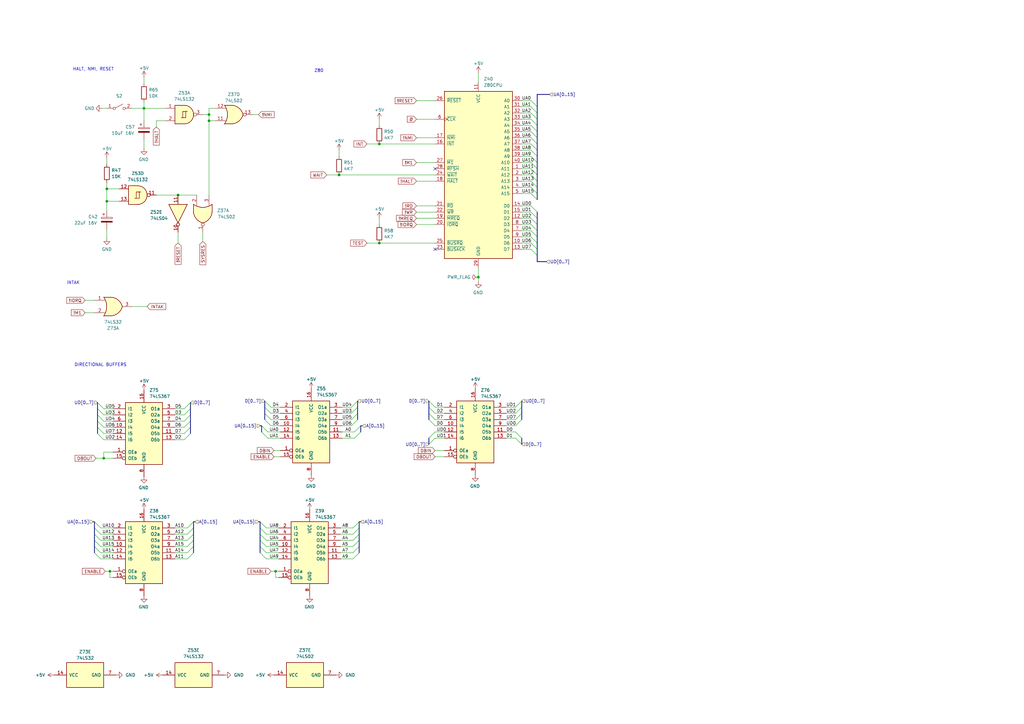
<source format=kicad_sch>
(kicad_sch (version 20230121) (generator eeschema)
  (paper "A3")
  (title_block (title "CPU and CPU Support"))
  (lib_symbols
    (symbol "74xx:74LS02" (pin_names (offset 1.016))
      (property "Reference" "U" (at 0 1.27 0))
      (property "Value" "74LS02" (at 0 -1.27 0))
      (symbol "74LS02_1_1"
        (pin output inverted (at 7.62 0 180) (length 3.81) (name "~") (number "1"))
        (pin input line (at -7.62 2.54 0) (length 4.318) (name "~") (number "2"))
        (pin input line (at -7.62 -2.54 0) (length 4.318) (name "~") (number "3"))
      )
      (symbol "74LS02_1_2"
        (pin output line (at 7.62 0 180) (length 3.81) (name "~") (number "1"))
        (pin input inverted (at -7.62 2.54 0) (length 3.81) (name "~") (number "2"))
        (pin input inverted (at -7.62 -2.54 0) (length 3.81) (name "~") (number "3"))
      )
      (symbol "74LS02_2_1"
        (pin output inverted (at 7.62 0 180) (length 3.81) (name "~") (number "4"))
        (pin input line (at -7.62 2.54 0) (length 4.318) (name "~") (number "5"))
        (pin input line (at -7.62 -2.54 0) (length 4.318) (name "~") (number "6"))
      )
      (symbol "74LS02_2_2"
        (pin output line (at 7.62 0 180) (length 3.81) (name "~") (number "4"))
        (pin input inverted (at -7.62 2.54 0) (length 3.81) (name "~") (number "5"))
        (pin input inverted (at -7.62 -2.54 0) (length 3.81) (name "~") (number "6"))
      )
      (symbol "74LS02_3_1"
        (pin output inverted (at 7.62 0 180) (length 3.81) (name "~") (number "10"))
        (pin input line (at -7.62 2.54 0) (length 4.318) (name "~") (number "8"))
        (pin input line (at -7.62 -2.54 0) (length 4.318) (name "~") (number "9"))
      )
      (symbol "74LS02_3_2"
        (pin output line (at 7.62 0 180) (length 3.81) (name "~") (number "10"))
        (pin input inverted (at -7.62 2.54 0) (length 3.81) (name "~") (number "8"))
        (pin input inverted (at -7.62 -2.54 0) (length 3.81) (name "~") (number "9"))
      )
      (symbol "74LS02_4_1"
        (pin input line (at -7.62 2.54 0) (length 4.318) (name "~") (number "11"))
        (pin input line (at -7.62 -2.54 0) (length 4.318) (name "~") (number "12"))
        (pin output inverted (at 7.62 0 180) (length 3.81) (name "~") (number "13"))
      )
      (symbol "74LS02_4_2"
        (pin input inverted (at -7.62 2.54 0) (length 3.81) (name "~") (number "11"))
        (pin input inverted (at -7.62 -2.54 0) (length 3.81) (name "~") (number "12"))
        (pin output line (at 7.62 0 180) (length 3.81) (name "~") (number "13"))
      )
      (symbol "74LS02_5_0"
        (pin power_in line (at 0 12.7 270) (length 5.08) (name "VCC") (number "14"))
        (pin power_in line (at 0 -12.7 90) (length 5.08) (name "GND") (number "7"))
      )
    )
    (symbol "74xx:74LS04"
      (property "Reference" "U" (at 0 1.27 0))
      (property "Value" "74LS04" (at 0 -1.27 0))
      (symbol "74LS04_1_0"
        (pin input line (at -7.62 0 0) (length 3.81) (name "~") (number "1"))
        (pin output inverted (at 7.62 0 180) (length 3.81) (name "~") (number "2"))
      )
      (symbol "74LS04_2_0"
        (pin input line (at -7.62 0 0) (length 3.81) (name "~") (number "3"))
        (pin output inverted (at 7.62 0 180) (length 3.81) (name "~") (number "4"))
      )
      (symbol "74LS04_3_0"
        (pin input line (at -7.62 0 0) (length 3.81) (name "~") (number "5"))
        (pin output inverted (at 7.62 0 180) (length 3.81) (name "~") (number "6"))
      )
      (symbol "74LS04_4_0"
        (pin output inverted (at 7.62 0 180) (length 3.81) (name "~") (number "8"))
        (pin input line (at -7.62 0 0) (length 3.81) (name "~") (number "9"))
      )
      (symbol "74LS04_5_0"
        (pin output inverted (at 7.62 0 180) (length 3.81) (name "~") (number "10"))
        (pin input line (at -7.62 0 0) (length 3.81) (name "~") (number "11"))
      )
      (symbol "74LS04_6_0"
        (pin output inverted (at 7.62 0 180) (length 3.81) (name "~") (number "12"))
        (pin input line (at -7.62 0 0) (length 3.81) (name "~") (number "13"))
      )
      (symbol "74LS04_7_0"
        (pin power_in line (at 0 12.7 270) (length 5.08) (name "VCC") (number "14"))
        (pin power_in line (at 0 -12.7 90) (length 5.08) (name "GND") (number "7"))
      )
    )
    (symbol "74xx:74LS132" (pin_names (offset 1.016))
      (property "Reference" "U" (at 0 1.27 0))
      (property "Value" "74LS132" (at 0 -1.27 0))
      (symbol "74LS132_1_1"
        (pin input line (at -7.62 2.54 0) (length 3.81) (name "~") (number "1"))
        (pin input line (at -7.62 -2.54 0) (length 3.81) (name "~") (number "2"))
        (pin output inverted (at 7.62 0 180) (length 3.81) (name "~") (number "3"))
      )
      (symbol "74LS132_1_2"
        (pin input inverted (at -7.62 2.54 0) (length 4.318) (name "~") (number "1"))
        (pin input inverted (at -7.62 -2.54 0) (length 4.318) (name "~") (number "2"))
        (pin output line (at 7.62 0 180) (length 3.81) (name "~") (number "3"))
      )
      (symbol "74LS132_2_1"
        (pin input line (at -7.62 2.54 0) (length 3.81) (name "~") (number "4"))
        (pin input line (at -7.62 -2.54 0) (length 3.81) (name "~") (number "5"))
        (pin output inverted (at 7.62 0 180) (length 3.81) (name "~") (number "6"))
      )
      (symbol "74LS132_2_2"
        (pin input inverted (at -7.62 2.54 0) (length 4.318) (name "~") (number "4"))
        (pin input inverted (at -7.62 -2.54 0) (length 4.318) (name "~") (number "5"))
        (pin output line (at 7.62 0 180) (length 3.81) (name "~") (number "6"))
      )
      (symbol "74LS132_3_1"
        (pin input line (at -7.62 -2.54 0) (length 3.81) (name "~") (number "10"))
        (pin output inverted (at 7.62 0 180) (length 3.81) (name "~") (number "8"))
        (pin input line (at -7.62 2.54 0) (length 3.81) (name "~") (number "9"))
      )
      (symbol "74LS132_3_2"
        (pin input inverted (at -7.62 -2.54 0) (length 4.318) (name "~") (number "10"))
        (pin output line (at 7.62 0 180) (length 3.81) (name "~") (number "8"))
        (pin input inverted (at -7.62 2.54 0) (length 4.318) (name "~") (number "9"))
      )
      (symbol "74LS132_4_1"
        (pin output inverted (at 7.62 0 180) (length 3.81) (name "~") (number "11"))
        (pin input line (at -7.62 2.54 0) (length 3.81) (name "~") (number "12"))
        (pin input line (at -7.62 -2.54 0) (length 3.81) (name "~") (number "13"))
      )
      (symbol "74LS132_4_2"
        (pin output line (at 7.62 0 180) (length 3.81) (name "~") (number "11"))
        (pin input inverted (at -7.62 2.54 0) (length 4.318) (name "~") (number "12"))
        (pin input inverted (at -7.62 -2.54 0) (length 4.318) (name "~") (number "13"))
      )
      (symbol "74LS132_5_0"
        (pin power_in line (at 0 12.7 270) (length 5.08) (name "VCC") (number "14"))
        (pin power_in line (at 0 -12.7 90) (length 5.08) (name "GND") (number "7"))
      )
    )
    (symbol "74xx:74LS32" (pin_names (offset 1.016))
      (property "Reference" "U" (at 0 1.27 0))
      (property "Value" "74LS32" (at 0 -1.27 0))
      (symbol "74LS32_1_1"
        (pin input line (at -7.62 2.54 0) (length 4.318) (name "~") (number "1"))
        (pin input line (at -7.62 -2.54 0) (length 4.318) (name "~") (number "2"))
        (pin output line (at 7.62 0 180) (length 3.81) (name "~") (number "3"))
      )
      (symbol "74LS32_1_2"
        (pin input inverted (at -7.62 2.54 0) (length 3.81) (name "~") (number "1"))
        (pin input inverted (at -7.62 -2.54 0) (length 3.81) (name "~") (number "2"))
        (pin output inverted (at 7.62 0 180) (length 3.81) (name "~") (number "3"))
      )
      (symbol "74LS32_2_1"
        (pin input line (at -7.62 2.54 0) (length 4.318) (name "~") (number "4"))
        (pin input line (at -7.62 -2.54 0) (length 4.318) (name "~") (number "5"))
        (pin output line (at 7.62 0 180) (length 3.81) (name "~") (number "6"))
      )
      (symbol "74LS32_2_2"
        (pin input inverted (at -7.62 2.54 0) (length 3.81) (name "~") (number "4"))
        (pin input inverted (at -7.62 -2.54 0) (length 3.81) (name "~") (number "5"))
        (pin output inverted (at 7.62 0 180) (length 3.81) (name "~") (number "6"))
      )
      (symbol "74LS32_3_1"
        (pin input line (at -7.62 -2.54 0) (length 4.318) (name "~") (number "10"))
        (pin output line (at 7.62 0 180) (length 3.81) (name "~") (number "8"))
        (pin input line (at -7.62 2.54 0) (length 4.318) (name "~") (number "9"))
      )
      (symbol "74LS32_3_2"
        (pin input inverted (at -7.62 -2.54 0) (length 3.81) (name "~") (number "10"))
        (pin output inverted (at 7.62 0 180) (length 3.81) (name "~") (number "8"))
        (pin input inverted (at -7.62 2.54 0) (length 3.81) (name "~") (number "9"))
      )
      (symbol "74LS32_4_1"
        (pin output line (at 7.62 0 180) (length 3.81) (name "~") (number "11"))
        (pin input line (at -7.62 2.54 0) (length 4.318) (name "~") (number "12"))
        (pin input line (at -7.62 -2.54 0) (length 4.318) (name "~") (number "13"))
      )
      (symbol "74LS32_4_2"
        (pin output inverted (at 7.62 0 180) (length 3.81) (name "~") (number "11"))
        (pin input inverted (at -7.62 2.54 0) (length 3.81) (name "~") (number "12"))
        (pin input inverted (at -7.62 -2.54 0) (length 3.81) (name "~") (number "13"))
      )
      (symbol "74LS32_5_0"
        (pin power_in line (at 0 12.7 270) (length 5.08) (name "VCC") (number "14"))
        (pin power_in line (at 0 -12.7 90) (length 5.08) (name "GND") (number "7"))
      )
    )
    (symbol "74xx:74LS367" (pin_names (offset 1.016))
      (property "Reference" "U" (at -7.62 13.97 0))
      (property "Value" "74LS367" (at -7.62 -13.97 0))
      (symbol "74LS367_1_0"
        (pin input inverted (at -12.7 -7.62 0) (length 5.08) (name "OEa") (number "1"))
        (pin input line (at -12.7 2.54 0) (length 5.08) (name "I4") (number "10"))
        (pin tri_state line (at 12.7 0 180) (length 5.08) (name "O5b") (number "11"))
        (pin input line (at -12.7 0 0) (length 5.08) (name "I5") (number "12"))
        (pin tri_state line (at 12.7 -2.54 180) (length 5.08) (name "O6b") (number "13"))
        (pin input line (at -12.7 -2.54 0) (length 5.08) (name "I6") (number "14"))
        (pin input inverted (at -12.7 -10.16 0) (length 5.08) (name "OEb") (number "15"))
        (pin power_in line (at 0 17.78 270) (length 5.08) (name "VCC") (number "16"))
        (pin input line (at -12.7 10.16 0) (length 5.08) (name "I1") (number "2"))
        (pin tri_state line (at 12.7 10.16 180) (length 5.08) (name "O1a") (number "3"))
        (pin input line (at -12.7 7.62 0) (length 5.08) (name "I2") (number "4"))
        (pin tri_state line (at 12.7 7.62 180) (length 5.08) (name "O2a") (number "5"))
        (pin input line (at -12.7 5.08 0) (length 5.08) (name "I3") (number "6"))
        (pin tri_state line (at 12.7 5.08 180) (length 5.08) (name "O3a") (number "7"))
        (pin power_in line (at 0 -17.78 90) (length 5.08) (name "GND") (number "8"))
        (pin tri_state line (at 12.7 2.54 180) (length 5.08) (name "O4a") (number "9"))
      )
    )
    (symbol "CPU:Z80CPU" (pin_names (offset 1.016))
      (property "Reference" "U" (at -13.97 35.56 0))
      (property "Value" "Z80CPU" (at 6.35 35.56 0))
      (symbol "Z80CPU_1_1"
        (pin output line (at 17.78 2.54 180) (length 3.81) (name "A11") (number "1"))
        (pin bidirectional line (at 17.78 -27.94 180) (length 3.81) (name "D6") (number "10"))
        (pin power_in line (at 0 38.1 270) (length 3.81) (name "VCC") (number "11"))
        (pin bidirectional line (at 17.78 -17.78 180) (length 3.81) (name "D2") (number "12"))
        (pin bidirectional line (at 17.78 -30.48 180) (length 3.81) (name "D7") (number "13"))
        (pin bidirectional line (at 17.78 -12.7 180) (length 3.81) (name "D0") (number "14"))
        (pin bidirectional line (at 17.78 -15.24 180) (length 3.81) (name "D1") (number "15"))
        (pin input line (at -17.78 12.7 0) (length 3.81) (name "~{INT}") (number "16"))
        (pin input line (at -17.78 15.24 0) (length 3.81) (name "~{NMI}") (number "17"))
        (pin output line (at -17.78 -2.54 0) (length 3.81) (name "~{HALT}") (number "18"))
        (pin output line (at -17.78 -17.78 0) (length 3.81) (name "~{MREQ}") (number "19"))
        (pin output line (at 17.78 0 180) (length 3.81) (name "A12") (number "2"))
        (pin output line (at -17.78 -20.32 0) (length 3.81) (name "~{IORQ}") (number "20"))
        (pin output line (at -17.78 -12.7 0) (length 3.81) (name "~{RD}") (number "21"))
        (pin output line (at -17.78 -15.24 0) (length 3.81) (name "~{WR}") (number "22"))
        (pin output line (at -17.78 -30.48 0) (length 3.81) (name "~{BUSACK}") (number "23"))
        (pin input line (at -17.78 0 0) (length 3.81) (name "~{WAIT}") (number "24"))
        (pin input line (at -17.78 -27.94 0) (length 3.81) (name "~{BUSRQ}") (number "25"))
        (pin input line (at -17.78 30.48 0) (length 3.81) (name "~{RESET}") (number "26"))
        (pin output line (at -17.78 5.08 0) (length 3.81) (name "~{M1}") (number "27"))
        (pin output line (at -17.78 2.54 0) (length 3.81) (name "~{RFSH}") (number "28"))
        (pin power_in line (at 0 -38.1 90) (length 3.81) (name "GND") (number "29"))
        (pin output line (at 17.78 -2.54 180) (length 3.81) (name "A13") (number "3"))
        (pin output line (at 17.78 30.48 180) (length 3.81) (name "A0") (number "30"))
        (pin output line (at 17.78 27.94 180) (length 3.81) (name "A1") (number "31"))
        (pin output line (at 17.78 25.4 180) (length 3.81) (name "A2") (number "32"))
        (pin output line (at 17.78 22.86 180) (length 3.81) (name "A3") (number "33"))
        (pin output line (at 17.78 20.32 180) (length 3.81) (name "A4") (number "34"))
        (pin output line (at 17.78 17.78 180) (length 3.81) (name "A5") (number "35"))
        (pin output line (at 17.78 15.24 180) (length 3.81) (name "A6") (number "36"))
        (pin output line (at 17.78 12.7 180) (length 3.81) (name "A7") (number "37"))
        (pin output line (at 17.78 10.16 180) (length 3.81) (name "A8") (number "38"))
        (pin output line (at 17.78 7.62 180) (length 3.81) (name "A9") (number "39"))
        (pin output line (at 17.78 -5.08 180) (length 3.81) (name "A14") (number "4"))
        (pin output line (at 17.78 5.08 180) (length 3.81) (name "A10") (number "40"))
        (pin output line (at 17.78 -7.62 180) (length 3.81) (name "A15") (number "5"))
        (pin input clock (at -17.78 22.86 0) (length 3.81) (name "~{CLK}") (number "6"))
        (pin bidirectional line (at 17.78 -22.86 180) (length 3.81) (name "D4") (number "7"))
        (pin bidirectional line (at 17.78 -20.32 180) (length 3.81) (name "D3") (number "8"))
        (pin bidirectional line (at 17.78 -25.4 180) (length 3.81) (name "D5") (number "9"))
      )
    )
    (symbol "Device:C_Polarized" (pin_numbers hide) (pin_names (offset 0.254))
      (property "Reference" "C" (at 0.635 2.54 0))
      (property "Value" "C_Polarized" (at 0.635 -2.54 0))
      (symbol "C_Polarized_1_1"
        (pin passive line (at 0 3.81 270) (length 2.794) (name "~") (number "1"))
        (pin passive line (at 0 -3.81 90) (length 2.794) (name "~") (number "2"))
      )
    )
    (symbol "Device:R" (pin_numbers hide) (pin_names (offset 0))
      (property "Reference" "R" (at 2.032 0 90))
      (property "Value" "R" (at 0 0 90))
      (symbol "R_1_1"
        (pin passive line (at 0 3.81 270) (length 1.27) (name "~") (number "1"))
        (pin passive line (at 0 -3.81 90) (length 1.27) (name "~") (number "2"))
      )
    )
    (symbol "TRS80IUS:RESET" (pin_names (offset 0) hide)
      (property "Reference" "SW" (at -3.81 2.54 0))
      (property "Value" "RESET" (at 5.08 2.54 0))
      (symbol "RESET_1_1"
        (pin passive line (at -5.08 0 0) (length 2.54) (name "A") (number "1"))
        (pin passive line (at 5.08 0 180) (length 2.54) (name "B") (number "2"))
        (pin no_connect line (at -5.08 -3.81 0) (length 2.54) hide (name "U") (number "3"))
        (pin no_connect line (at -5.08 -6.35 0) (length 2.54) hide (name "U") (number "4"))
        (pin no_connect line (at -5.08 -8.89 0) (length 2.54) hide (name "U") (number "5"))
      )
    )
    (symbol "power:+5V" (power) (pin_names (offset 0))
      (property "Value" "+5V" (at 0 3.556 0))
      (symbol "+5V_1_1"
        (pin power_in line (at 0 0 90) (length 0) hide (name "+5V") (number "1"))
      )
    )
    (symbol "power:GND" (power) (pin_names (offset 0))
      (property "Value" "GND" (at 0 -3.81 0))
      (symbol "GND_1_1"
        (pin power_in line (at 0 0 270) (length 0) hide (name "GND") (number "1"))
      )
    )
    (symbol "power:PWR_FLAG" (power) (pin_numbers hide) (pin_names (offset 0) hide)
      (property "Value" "PWR_FLAG" (at 0 3.81 0))
      (symbol "PWR_FLAG_0_0"
        (pin power_out line (at 0 0 90) (length 0) (name "pwr") (number "1"))
      )
    )
  )
  (junction (at 59.055 44.45))
  (junction (at 113.03 234.315))
  (junction (at 139.065 71.755))
  (junction (at 196.215 113.665))
  (junction (at 85.725 46.99))
  (junction (at 43.815 82.55))
  (junction (at 73.025 80.01))
  (junction (at 43.815 77.47))
  (junction (at 155.575 99.695))
  (junction (at 85.725 49.53))
  (junction (at 155.575 59.055))
  (junction (at 45.085 234.315))
  (junction (at 42.545 187.96))
  (no_connect (at 178.435 102.235))
  (no_connect (at 178.435 69.215))
  (bus_entry (at 75.565 167.64) (size 2.54 -2.54))
  (bus_entry (at 211.455 174.625) (size 2.54 -2.54))
  (bus_entry (at 107.315 174.625) (size 2.54 2.54))
  (bus_entry (at 147.32 216.535) (size -2.54 2.54))
  (bus_entry (at 42.545 175.26) (size -2.54 -2.54))
  (bus_entry (at 217.805 99.695) (size 2.54 2.54))
  (bus_entry (at 144.145 169.545) (size 2.54 -2.54))
  (bus_entry (at 42.545 172.72) (size -2.54 -2.54))
  (bus_entry (at 106.68 226.695) (size 2.54 2.54))
  (bus_entry (at 38.735 213.995) (size 2.54 2.54))
  (bus_entry (at 79.375 226.695) (size -2.54 2.54))
  (bus_entry (at 111.125 172.085) (size -2.54 -2.54))
  (bus_entry (at 211.455 177.165) (size 2.54 2.54))
  (bus_entry (at 79.375 213.995) (size -2.54 2.54))
  (bus_entry (at 38.735 226.695) (size 2.54 2.54))
  (bus_entry (at 217.805 94.615) (size 2.54 2.54))
  (bus_entry (at 147.32 224.155) (size -2.54 2.54))
  (bus_entry (at 106.68 213.995) (size 2.54 2.54))
  (bus_entry (at 38.735 224.155) (size 2.54 2.54))
  (bus_entry (at 217.805 66.675) (size 2.54 2.54))
  (bus_entry (at 147.32 213.995) (size -2.54 2.54))
  (bus_entry (at 144.145 167.005) (size 2.54 -2.54))
  (bus_entry (at 111.125 174.625) (size -2.54 -2.54))
  (bus_entry (at 42.545 170.18) (size -2.54 -2.54))
  (bus_entry (at 178.435 167.005) (size -2.54 -2.54))
  (bus_entry (at 106.68 224.155) (size 2.54 2.54))
  (bus_entry (at 111.125 169.545) (size -2.54 -2.54))
  (bus_entry (at 178.435 174.625) (size -2.54 -2.54))
  (bus_entry (at 107.315 177.165) (size 2.54 2.54))
  (bus_entry (at 217.805 92.075) (size 2.54 2.54))
  (bus_entry (at 217.805 43.815) (size 2.54 2.54))
  (bus_entry (at 217.805 71.755) (size 2.54 2.54))
  (bus_entry (at 217.805 46.355) (size 2.54 2.54))
  (bus_entry (at 178.435 177.165) (size -2.54 2.54))
  (bus_entry (at 42.545 177.8) (size -2.54 -2.54))
  (bus_entry (at 106.68 219.075) (size 2.54 2.54))
  (bus_entry (at 211.455 172.085) (size 2.54 -2.54))
  (bus_entry (at 217.805 89.535) (size 2.54 2.54))
  (bus_entry (at 217.805 86.995) (size 2.54 2.54))
  (bus_entry (at 147.32 226.695) (size -2.54 2.54))
  (bus_entry (at 211.455 179.705) (size 2.54 2.54))
  (bus_entry (at 217.805 79.375) (size 2.54 2.54))
  (bus_entry (at 217.805 97.155) (size 2.54 2.54))
  (bus_entry (at 75.565 180.34) (size 2.54 -2.54))
  (bus_entry (at 217.805 76.835) (size 2.54 2.54))
  (bus_entry (at 217.805 74.295) (size 2.54 2.54))
  (bus_entry (at 42.545 167.64) (size -2.54 -2.54))
  (bus_entry (at 147.32 219.075) (size -2.54 2.54))
  (bus_entry (at 79.375 221.615) (size -2.54 2.54))
  (bus_entry (at 178.435 179.705) (size -2.54 2.54))
  (bus_entry (at 79.375 224.155) (size -2.54 2.54))
  (bus_entry (at 79.375 219.075) (size -2.54 2.54))
  (bus_entry (at 217.805 84.455) (size 2.54 2.54))
  (bus_entry (at 147.32 221.615) (size -2.54 2.54))
  (bus_entry (at 211.455 169.545) (size 2.54 -2.54))
  (bus_entry (at 217.805 102.235) (size 2.54 2.54))
  (bus_entry (at 147.955 177.165) (size -2.54 2.54))
  (bus_entry (at 217.805 61.595) (size 2.54 2.54))
  (bus_entry (at 111.125 167.005) (size -2.54 -2.54))
  (bus_entry (at 79.375 216.535) (size -2.54 2.54))
  (bus_entry (at 42.545 180.34) (size -2.54 -2.54))
  (bus_entry (at 75.565 170.18) (size 2.54 -2.54))
  (bus_entry (at 38.735 216.535) (size 2.54 2.54))
  (bus_entry (at 75.565 177.8) (size 2.54 -2.54))
  (bus_entry (at 217.805 51.435) (size 2.54 2.54))
  (bus_entry (at 217.805 53.975) (size 2.54 2.54))
  (bus_entry (at 106.68 221.615) (size 2.54 2.54))
  (bus_entry (at 147.955 174.625) (size -2.54 2.54))
  (bus_entry (at 178.435 169.545) (size -2.54 -2.54))
  (bus_entry (at 38.735 219.075) (size 2.54 2.54))
  (bus_entry (at 217.805 64.135) (size 2.54 2.54))
  (bus_entry (at 178.435 172.085) (size -2.54 -2.54))
  (bus_entry (at 144.145 174.625) (size 2.54 -2.54))
  (bus_entry (at 38.735 221.615) (size 2.54 2.54))
  (bus_entry (at 217.805 69.215) (size 2.54 2.54))
  (bus_entry (at 211.455 167.005) (size 2.54 -2.54))
  (bus_entry (at 75.565 172.72) (size 2.54 -2.54))
  (bus_entry (at 106.68 216.535) (size 2.54 2.54))
  (bus_entry (at 217.805 59.055) (size 2.54 2.54))
  (bus_entry (at 217.805 48.895) (size 2.54 2.54))
  (bus_entry (at 144.145 172.085) (size 2.54 -2.54))
  (bus_entry (at 217.805 56.515) (size 2.54 2.54))
  (bus_entry (at 75.565 175.26) (size 2.54 -2.54))
  (bus_entry (at 217.805 41.275) (size 2.54 2.54))
  (bus (pts (xy 38.1 213.995) (xy 38.735 213.995)))
  (wire (pts (xy 213.995 102.235) (xy 217.805 102.235)))
  (bus (pts (xy 78.105 167.64) (xy 78.105 165.1)))
  (bus (pts (xy 224.155 107.315) (xy 220.345 107.315)))
  (bus (pts (xy 213.995 172.085) (xy 213.995 169.545)))
  (wire (pts (xy 76.835 226.695) (xy 71.755 226.695)))
  (wire (pts (xy 42.545 187.96) (xy 46.355 187.96)))
  (wire (pts (xy 213.995 46.355) (xy 217.805 46.355)))
  (bus (pts (xy 220.345 94.615) (xy 220.345 97.155)))
  (wire (pts (xy 207.645 179.705) (xy 211.455 179.705)))
  (bus (pts (xy 148.59 174.625) (xy 147.955 174.625)))
  (wire (pts (xy 213.995 43.815) (xy 217.805 43.815)))
  (bus (pts (xy 106.68 216.535) (xy 106.68 219.075)))
  (wire (pts (xy 213.995 79.375) (xy 217.805 79.375)))
  (bus (pts (xy 146.685 167.005) (xy 146.685 164.465)))
  (bus (pts (xy 213.995 179.705) (xy 213.995 182.245)))
  (wire (pts (xy 43.815 77.47) (xy 43.815 82.55)))
  (wire (pts (xy 39.37 187.96) (xy 42.545 187.96)))
  (bus (pts (xy 78.105 170.18) (xy 78.105 167.64)))
  (wire (pts (xy 178.435 174.625) (xy 182.245 174.625)))
  (bus (pts (xy 106.68 174.625) (xy 107.315 174.625)))
  (wire (pts (xy 182.245 169.545) (xy 178.435 169.545)))
  (wire (pts (xy 43.815 82.55) (xy 48.895 82.55)))
  (bus (pts (xy 40.005 167.64) (xy 40.005 165.1)))
  (wire (pts (xy 85.725 46.99) (xy 83.185 46.99)))
  (bus (pts (xy 220.345 74.295) (xy 220.345 76.835)))
  (wire (pts (xy 182.245 172.085) (xy 178.435 172.085)))
  (bus (pts (xy 107.315 174.625) (xy 107.315 177.165)))
  (bus (pts (xy 220.345 71.755) (xy 220.345 74.295)))
  (wire (pts (xy 76.835 229.235) (xy 71.755 229.235)))
  (wire (pts (xy 71.755 177.8) (xy 75.565 177.8)))
  (wire (pts (xy 213.995 56.515) (xy 217.805 56.515)))
  (wire (pts (xy 59.055 44.45) (xy 67.945 44.45)))
  (wire (pts (xy 213.995 94.615) (xy 217.805 94.615)))
  (bus (pts (xy 220.345 86.995) (xy 220.345 89.535)))
  (wire (pts (xy 85.725 44.45) (xy 85.725 46.99)))
  (bus (pts (xy 38.735 221.615) (xy 38.735 224.155)))
  (wire (pts (xy 114.935 167.005) (xy 111.125 167.005)))
  (wire (pts (xy 46.355 180.34) (xy 42.545 180.34)))
  (bus (pts (xy 220.345 102.235) (xy 220.345 104.775)))
  (wire (pts (xy 213.995 71.755) (xy 217.805 71.755)))
  (wire (pts (xy 170.815 86.995) (xy 178.435 86.995)))
  (wire (pts (xy 196.215 113.665) (xy 196.215 115.57)))
  (wire (pts (xy 59.055 44.45) (xy 59.055 49.53)))
  (wire (pts (xy 109.22 229.235) (xy 114.3 229.235)))
  (wire (pts (xy 73.025 80.01) (xy 80.645 80.01)))
  (wire (pts (xy 43.815 82.55) (xy 43.815 86.36)))
  (wire (pts (xy 144.78 216.535) (xy 139.7 216.535)))
  (wire (pts (xy 196.215 109.855) (xy 196.215 113.665)))
  (bus (pts (xy 79.375 216.535) (xy 79.375 219.075)))
  (wire (pts (xy 34.925 123.19) (xy 38.735 123.19)))
  (wire (pts (xy 42.545 185.42) (xy 42.545 187.96)))
  (wire (pts (xy 140.335 169.545) (xy 144.145 169.545)))
  (wire (pts (xy 43.815 74.93) (xy 43.815 77.47)))
  (bus (pts (xy 106.68 219.075) (xy 106.68 221.615)))
  (wire (pts (xy 109.22 224.155) (xy 114.3 224.155)))
  (bus (pts (xy 220.345 97.155) (xy 220.345 99.695)))
  (wire (pts (xy 46.355 175.26) (xy 42.545 175.26)))
  (wire (pts (xy 114.935 169.545) (xy 111.125 169.545)))
  (bus (pts (xy 220.345 46.355) (xy 220.345 48.895)))
  (bus (pts (xy 147.955 174.625) (xy 147.955 177.165)))
  (wire (pts (xy 178.435 177.165) (xy 182.245 177.165)))
  (wire (pts (xy 213.995 97.155) (xy 217.805 97.155)))
  (bus (pts (xy 78.105 175.26) (xy 78.105 172.72)))
  (bus (pts (xy 106.68 221.615) (xy 106.68 224.155)))
  (bus (pts (xy 146.685 172.085) (xy 146.685 169.545)))
  (wire (pts (xy 213.995 59.055) (xy 217.805 59.055)))
  (wire (pts (xy 46.355 172.72) (xy 42.545 172.72)))
  (bus (pts (xy 40.005 177.8) (xy 40.005 175.26)))
  (wire (pts (xy 213.995 69.215) (xy 217.805 69.215)))
  (wire (pts (xy 170.815 84.455) (xy 178.435 84.455)))
  (bus (pts (xy 220.345 89.535) (xy 220.345 92.075)))
  (wire (pts (xy 145.415 177.165) (xy 140.335 177.165)))
  (wire (pts (xy 213.995 74.295) (xy 217.805 74.295)))
  (wire (pts (xy 113.03 234.315) (xy 114.3 234.315)))
  (wire (pts (xy 145.415 179.705) (xy 140.335 179.705)))
  (wire (pts (xy 41.275 216.535) (xy 46.355 216.535)))
  (wire (pts (xy 213.995 61.595) (xy 217.805 61.595)))
  (wire (pts (xy 41.275 229.235) (xy 46.355 229.235)))
  (bus (pts (xy 213.995 169.545) (xy 213.995 167.005)))
  (wire (pts (xy 43.815 93.98) (xy 43.815 97.79)))
  (bus (pts (xy 40.005 172.72) (xy 40.005 170.18)))
  (wire (pts (xy 109.22 216.535) (xy 114.3 216.535)))
  (wire (pts (xy 144.78 221.615) (xy 139.7 221.615)))
  (wire (pts (xy 64.135 80.01) (xy 73.025 80.01)))
  (bus (pts (xy 220.345 38.735) (xy 220.345 43.815)))
  (wire (pts (xy 113.03 234.315) (xy 113.03 236.855)))
  (wire (pts (xy 178.435 187.325) (xy 182.245 187.325)))
  (wire (pts (xy 150.495 59.055) (xy 155.575 59.055)))
  (wire (pts (xy 207.645 172.085) (xy 211.455 172.085)))
  (wire (pts (xy 41.275 219.075) (xy 46.355 219.075)))
  (wire (pts (xy 144.78 224.155) (xy 139.7 224.155)))
  (wire (pts (xy 155.575 59.055) (xy 178.435 59.055)))
  (wire (pts (xy 170.815 66.675) (xy 178.435 66.675)))
  (wire (pts (xy 76.835 224.155) (xy 71.755 224.155)))
  (wire (pts (xy 196.215 29.845) (xy 196.215 33.655)))
  (wire (pts (xy 182.245 179.705) (xy 178.435 179.705)))
  (wire (pts (xy 207.645 167.005) (xy 211.455 167.005)))
  (wire (pts (xy 71.755 175.26) (xy 75.565 175.26)))
  (wire (pts (xy 213.995 51.435) (xy 217.805 51.435)))
  (bus (pts (xy 220.345 92.075) (xy 220.345 94.615)))
  (wire (pts (xy 85.725 49.53) (xy 88.265 49.53)))
  (bus (pts (xy 78.105 177.8) (xy 78.105 175.26)))
  (bus (pts (xy 220.345 59.055) (xy 220.345 61.595)))
  (wire (pts (xy 111.125 234.315) (xy 113.03 234.315)))
  (wire (pts (xy 213.995 76.835) (xy 217.805 76.835)))
  (wire (pts (xy 213.995 92.075) (xy 217.805 92.075)))
  (bus (pts (xy 220.345 76.835) (xy 220.345 79.375)))
  (bus (pts (xy 220.345 79.375) (xy 220.345 81.915)))
  (bus (pts (xy 225.425 38.735) (xy 220.345 38.735)))
  (bus (pts (xy 79.375 219.075) (xy 79.375 221.615)))
  (wire (pts (xy 34.925 128.27) (xy 38.735 128.27)))
  (bus (pts (xy 220.345 66.675) (xy 220.345 69.215)))
  (wire (pts (xy 76.835 221.615) (xy 71.755 221.615)))
  (wire (pts (xy 139.065 61.595) (xy 139.065 64.135)))
  (wire (pts (xy 59.055 57.15) (xy 59.055 60.96)))
  (wire (pts (xy 140.335 174.625) (xy 144.145 174.625)))
  (bus (pts (xy 79.375 213.995) (xy 79.375 216.535)))
  (wire (pts (xy 155.575 48.895) (xy 155.575 51.435)))
  (wire (pts (xy 144.78 226.695) (xy 139.7 226.695)))
  (bus (pts (xy 220.345 69.215) (xy 220.345 71.755)))
  (wire (pts (xy 207.645 169.545) (xy 211.455 169.545)))
  (wire (pts (xy 213.995 64.135) (xy 217.805 64.135)))
  (bus (pts (xy 40.005 170.18) (xy 40.005 167.64)))
  (bus (pts (xy 106.68 224.155) (xy 106.68 226.695)))
  (wire (pts (xy 43.815 77.47) (xy 48.895 77.47)))
  (wire (pts (xy 213.995 66.675) (xy 217.805 66.675)))
  (bus (pts (xy 38.735 224.155) (xy 38.735 226.695)))
  (bus (pts (xy 175.895 172.085) (xy 175.895 169.545)))
  (wire (pts (xy 71.755 170.18) (xy 75.565 170.18)))
  (wire (pts (xy 170.815 89.535) (xy 178.435 89.535)))
  (bus (pts (xy 40.005 175.26) (xy 40.005 172.72)))
  (wire (pts (xy 46.355 185.42) (xy 42.545 185.42)))
  (wire (pts (xy 109.855 179.705) (xy 114.935 179.705)))
  (bus (pts (xy 220.345 53.975) (xy 220.345 56.515)))
  (wire (pts (xy 76.835 219.075) (xy 71.755 219.075)))
  (wire (pts (xy 71.755 172.72) (xy 75.565 172.72)))
  (bus (pts (xy 79.375 224.155) (xy 79.375 226.695)))
  (bus (pts (xy 147.32 224.155) (xy 147.32 226.695)))
  (wire (pts (xy 88.265 44.45) (xy 85.725 44.45)))
  (wire (pts (xy 45.085 234.315) (xy 45.085 236.855)))
  (wire (pts (xy 41.275 224.155) (xy 46.355 224.155)))
  (bus (pts (xy 79.375 221.615) (xy 79.375 224.155)))
  (bus (pts (xy 147.32 213.995) (xy 147.32 216.535)))
  (wire (pts (xy 170.815 92.075) (xy 178.435 92.075)))
  (bus (pts (xy 38.735 216.535) (xy 38.735 219.075)))
  (wire (pts (xy 71.755 180.34) (xy 75.565 180.34)))
  (bus (pts (xy 220.345 43.815) (xy 220.345 46.355)))
  (bus (pts (xy 220.345 56.515) (xy 220.345 59.055)))
  (wire (pts (xy 150.495 99.695) (xy 155.575 99.695)))
  (bus (pts (xy 108.585 169.545) (xy 108.585 167.005)))
  (wire (pts (xy 71.755 167.64) (xy 75.565 167.64)))
  (wire (pts (xy 59.055 31.75) (xy 59.055 34.29)))
  (bus (pts (xy 220.345 48.895) (xy 220.345 51.435)))
  (bus (pts (xy 108.585 167.005) (xy 108.585 164.465)))
  (wire (pts (xy 213.995 48.895) (xy 217.805 48.895)))
  (wire (pts (xy 45.085 236.855) (xy 46.355 236.855)))
  (wire (pts (xy 41.275 226.695) (xy 46.355 226.695)))
  (wire (pts (xy 112.395 184.785) (xy 114.935 184.785)))
  (bus (pts (xy 147.32 216.535) (xy 147.32 219.075)))
  (wire (pts (xy 133.985 71.755) (xy 139.065 71.755)))
  (bus (pts (xy 213.995 167.005) (xy 213.995 164.465)))
  (wire (pts (xy 213.995 86.995) (xy 217.805 86.995)))
  (wire (pts (xy 85.725 46.99) (xy 85.725 49.53)))
  (wire (pts (xy 46.355 170.18) (xy 42.545 170.18)))
  (wire (pts (xy 43.815 64.77) (xy 43.815 67.31)))
  (wire (pts (xy 113.03 236.855) (xy 114.3 236.855)))
  (wire (pts (xy 144.78 219.075) (xy 139.7 219.075)))
  (bus (pts (xy 147.955 213.995) (xy 147.32 213.995)))
  (bus (pts (xy 38.735 219.075) (xy 38.735 221.615)))
  (wire (pts (xy 213.995 53.975) (xy 217.805 53.975)))
  (wire (pts (xy 112.395 187.325) (xy 114.935 187.325)))
  (bus (pts (xy 175.895 167.005) (xy 175.895 164.465)))
  (wire (pts (xy 73.025 95.25) (xy 73.025 99.695)))
  (wire (pts (xy 213.995 99.695) (xy 217.805 99.695)))
  (wire (pts (xy 83.185 95.25) (xy 83.185 99.06)))
  (wire (pts (xy 64.135 52.07) (xy 64.135 49.53)))
  (wire (pts (xy 207.645 174.625) (xy 211.455 174.625)))
  (bus (pts (xy 220.345 99.695) (xy 220.345 102.235)))
  (bus (pts (xy 220.345 51.435) (xy 220.345 53.975)))
  (wire (pts (xy 140.335 167.005) (xy 144.145 167.005)))
  (bus (pts (xy 146.685 169.545) (xy 146.685 167.005)))
  (wire (pts (xy 155.575 99.695) (xy 178.435 99.695)))
  (wire (pts (xy 46.355 167.64) (xy 42.545 167.64)))
  (wire (pts (xy 213.995 41.275) (xy 217.805 41.275)))
  (bus (pts (xy 108.585 172.085) (xy 108.585 169.545)))
  (wire (pts (xy 182.245 167.005) (xy 178.435 167.005)))
  (wire (pts (xy 103.505 46.99) (xy 106.045 46.99)))
  (wire (pts (xy 114.935 172.085) (xy 111.125 172.085)))
  (bus (pts (xy 106.045 213.995) (xy 106.68 213.995)))
  (wire (pts (xy 155.575 89.535) (xy 155.575 92.075)))
  (bus (pts (xy 78.105 172.72) (xy 78.105 170.18)))
  (bus (pts (xy 80.01 213.995) (xy 79.375 213.995)))
  (bus (pts (xy 220.345 104.775) (xy 220.345 107.315)))
  (wire (pts (xy 64.135 49.53) (xy 67.945 49.53)))
  (bus (pts (xy 147.32 221.615) (xy 147.32 224.155)))
  (wire (pts (xy 170.815 41.275) (xy 178.435 41.275)))
  (wire (pts (xy 139.065 71.755) (xy 178.435 71.755)))
  (bus (pts (xy 220.345 64.135) (xy 220.345 66.675)))
  (wire (pts (xy 140.335 172.085) (xy 144.145 172.085)))
  (wire (pts (xy 59.055 41.91) (xy 59.055 44.45)))
  (wire (pts (xy 213.995 89.535) (xy 217.805 89.535)))
  (wire (pts (xy 41.91 44.45) (xy 43.815 44.45)))
  (wire (pts (xy 109.22 226.695) (xy 114.3 226.695)))
  (bus (pts (xy 147.32 219.075) (xy 147.32 221.615)))
  (wire (pts (xy 207.645 177.165) (xy 211.455 177.165)))
  (bus (pts (xy 106.68 213.995) (xy 106.68 216.535)))
  (wire (pts (xy 43.18 234.315) (xy 45.085 234.315)))
  (wire (pts (xy 178.435 184.785) (xy 182.245 184.785)))
  (wire (pts (xy 53.975 44.45) (xy 59.055 44.45)))
  (wire (pts (xy 41.275 221.615) (xy 46.355 221.615)))
  (wire (pts (xy 170.815 56.515) (xy 178.435 56.515)))
  (wire (pts (xy 76.835 216.535) (xy 71.755 216.535)))
  (bus (pts (xy 38.735 213.995) (xy 38.735 216.535)))
  (wire (pts (xy 213.995 84.455) (xy 217.805 84.455)))
  (bus (pts (xy 220.345 61.595) (xy 220.345 64.135)))
  (wire (pts (xy 45.085 234.315) (xy 46.355 234.315)))
  (wire (pts (xy 46.355 177.8) (xy 42.545 177.8)))
  (wire (pts (xy 144.78 229.235) (xy 139.7 229.235)))
  (bus (pts (xy 175.895 169.545) (xy 175.895 167.005)))
  (wire (pts (xy 85.725 49.53) (xy 85.725 80.01)))
  (wire (pts (xy 53.975 125.73) (xy 60.325 125.73)))
  (wire (pts (xy 170.815 48.895) (xy 178.435 48.895)))
  (wire (pts (xy 111.125 174.625) (xy 114.935 174.625)))
  (wire (pts (xy 170.815 74.295) (xy 178.435 74.295)))
  (wire (pts (xy 109.22 219.075) (xy 114.3 219.075)))
  (wire (pts (xy 109.22 221.615) (xy 114.3 221.615)))
  (bus (pts (xy 175.895 179.705) (xy 175.895 182.245)))
  (wire (pts (xy 109.855 177.165) (xy 114.935 177.165)))
  (text "HALT, NMI, RESET" (at 29.845 29.21 0) (effects (font (size 1.27 1.27)) (justify left bottom)))
  (text "INTAK" (at 27.305 116.84 0) (effects (font (size 1.27 1.27)) (justify left bottom)))
  (text "DIRECTIONAL BUFFERS" (at 30.48 150.495 0) (effects (font (size 1.27 1.27)) (justify left bottom)))
  (text "Z80" (at 128.905 29.845 0) (effects (font (size 1.27 1.27)) (justify left bottom)))
  (label "D4" (at 111.76 167.005 0))
  (label "D2" (at 179.07 169.545 0))
  (label "UA6" (at 213.995 56.515 0))
  (label "D3" (at 111.76 169.545 0))
  (label "D1" (at 207.645 179.705 0))
  (label "A5" (at 140.335 224.155 0))
  (label "UD5" (at 213.995 97.155 0))
  (label "UA1" (at 110.49 179.705 0))
  (label "UA6" (at 110.49 219.075 0))
  (label "D6" (at 71.755 175.26 0))
  (label "UD6" (at 43.18 175.26 0))
  (label "UD2" (at 207.645 169.545 0))
  (label "UA8" (at 213.995 61.595 0))
  (label "UA15" (at 213.995 79.375 0))
  (label "D7" (at 71.755 177.8 0))
  (label "A13" (at 71.755 221.615 0))
  (label "UA9" (at 213.995 64.135 0))
  (label "UA12" (at 213.995 71.755 0))
  (label "UD0" (at 179.07 177.165 0))
  (label "UA3" (at 213.995 48.895 0))
  (label "D2" (at 71.755 180.34 0))
  (label "UA10" (at 41.91 216.535 0))
  (label "UD6" (at 140.335 174.625 0))
  (label "D1" (at 179.07 167.005 0))
  (label "UD5" (at 43.18 167.64 0))
  (label "D7" (at 179.07 172.085 0))
  (label "UA4" (at 213.995 51.435 0))
  (label "UA13" (at 213.995 74.295 0))
  (label "UA7" (at 110.49 226.695 0))
  (label "UA11" (at 213.995 69.215 0))
  (label "UA4" (at 110.49 221.615 0))
  (label "A11" (at 71.755 229.235 0))
  (label "D6" (at 111.76 174.625 0))
  (label "UD1" (at 213.995 86.995 0))
  (label "A8" (at 140.335 216.535 0))
  (label "UD1" (at 207.645 167.005 0))
  (label "A6" (at 140.335 219.075 0))
  (label "UD7" (at 213.995 102.235 0))
  (label "D0" (at 207.645 177.165 0))
  (label "UD4" (at 43.18 172.72 0))
  (label "UD4" (at 213.995 94.615 0))
  (label "A10" (at 71.755 216.535 0))
  (label "UA12" (at 41.91 219.075 0))
  (label "UA9" (at 110.49 229.235 0))
  (label "A0" (at 141.605 177.165 0))
  (label "A14" (at 71.755 226.695 0))
  (label "UD1" (at 179.07 179.705 0))
  (label "UD2" (at 213.995 89.535 0))
  (label "UA0" (at 110.49 177.165 0))
  (label "A15" (at 71.755 224.155 0))
  (label "UD3" (at 43.18 170.18 0))
  (label "A9" (at 140.335 229.235 0))
  (label "UA14" (at 213.995 76.835 0))
  (label "UD3" (at 213.995 92.075 0))
  (label "UA5" (at 110.49 224.155 0))
  (label "UA15" (at 41.91 224.155 0))
  (label "UA14" (at 41.91 226.695 0))
  (label "UA8" (at 110.49 216.535 0))
  (label "UD5" (at 140.335 172.085 0))
  (label "UD0" (at 213.995 84.455 0))
  (label "UA7" (at 213.995 59.055 0))
  (label "UD2" (at 43.18 180.34 0))
  (label "UA13" (at 41.91 221.615 0))
  (label "UD7" (at 43.18 177.8 0))
  (label "D4" (at 71.755 172.72 0))
  (label "D5" (at 71.755 167.64 0))
  (label "UA1" (at 213.995 43.815 0))
  (label "UD6" (at 213.995 99.695 0))
  (label "D5" (at 111.76 172.085 0))
  (label "UD0" (at 207.645 174.625 0))
  (label "UA11" (at 41.91 229.235 0))
  (label "UD3" (at 140.335 169.545 0))
  (label "D3" (at 71.755 170.18 0))
  (label "UA5" (at 213.995 53.975 0))
  (label "A1" (at 141.605 179.705 0))
  (label "A7" (at 140.335 226.695 0))
  (label "A12" (at 71.755 219.075 0))
  (label "A4" (at 140.335 221.615 0))
  (label "UD7" (at 207.645 172.085 0))
  (label "UA10" (at 213.995 66.675 0))
  (label "D0" (at 179.07 174.625 0))
  (label "UA2" (at 213.995 46.355 0))
  (label "UA0" (at 213.995 41.275 0))
  (label "UD4" (at 140.335 167.005 0))
  (global_label "WAIT" (shape input) (at 133.985 71.755 180) (property "Intersheetrefs" "${INTERSHEET_REFS}" (effects hide)))
  (global_label "ENABLE" (shape input) (at 111.125 234.315 180) (property "Intersheetrefs" "${INTERSHEET_REFS}" (effects hide)))
  (global_label "!RESET" (shape input) (at 170.815 41.275 180) (property "Intersheetrefs" "${INTERSHEET_REFS}" (effects hide)))
  (global_label "INTAK" (shape input) (at 60.325 125.73 0) (property "Intersheetrefs" "${INTERSHEET_REFS}" (effects hide)))
  (global_label "ENABLE" (shape input) (at 43.18 234.315 180) (property "Intersheetrefs" "${INTERSHEET_REFS}" (effects hide)))
  (global_label "!NMI" (shape input) (at 106.045 46.99 0) (property "Intersheetrefs" "${INTERSHEET_REFS}" (effects hide)))
  (global_label "!IORQ" (shape input) (at 170.815 92.075 180) (property "Intersheetrefs" "${INTERSHEET_REFS}" (effects hide)))
  (global_label "!M1" (shape input) (at 170.815 66.675 180) (property "Intersheetrefs" "${INTERSHEET_REFS}" (effects hide)))
  (global_label "!NMI" (shape input) (at 170.815 56.515 180) (property "Intersheetrefs" "${INTERSHEET_REFS}" (effects hide)))
  (global_label "!MREQ" (shape input) (at 170.815 89.535 180) (property "Intersheetrefs" "${INTERSHEET_REFS}" (effects hide)))
  (global_label "ENABLE" (shape input) (at 112.395 187.325 180) (property "Intersheetrefs" "${INTERSHEET_REFS}" (effects hide)))
  (global_label "DBOUT" (shape input) (at 39.37 187.96 180) (property "Intersheetrefs" "${INTERSHEET_REFS}" (effects hide)))
  (global_label "!M1" (shape input) (at 34.925 128.27 180) (property "Intersheetrefs" "${INTERSHEET_REFS}" (effects hide)))
  (global_label "Ø" (shape input) (at 170.815 48.895 180) (property "Intersheetrefs" "${INTERSHEET_REFS}" (effects hide)))
  (global_label "!WR" (shape input) (at 170.815 86.995 180) (property "Intersheetrefs" "${INTERSHEET_REFS}" (effects hide)))
  (global_label "INT" (shape input) (at 150.495 59.055 180) (property "Intersheetrefs" "${INTERSHEET_REFS}" (effects hide)))
  (global_label "SYSRES" (shape input) (at 83.185 99.06 270) (property "Intersheetrefs" "${INTERSHEET_REFS}" (effects hide)))
  (global_label "!HALT" (shape input) (at 170.815 74.295 180) (property "Intersheetrefs" "${INTERSHEET_REFS}" (effects hide)))
  (global_label "DBOUT" (shape input) (at 178.435 187.325 180) (property "Intersheetrefs" "${INTERSHEET_REFS}" (effects hide)))
  (global_label "!HALT" (shape input) (at 64.135 52.07 270) (property "Intersheetrefs" "${INTERSHEET_REFS}" (effects hide)))
  (global_label "!IORQ" (shape input) (at 34.925 123.19 180) (property "Intersheetrefs" "${INTERSHEET_REFS}" (effects hide)))
  (global_label "TEST" (shape input) (at 150.495 99.695 180) (property "Intersheetrefs" "${INTERSHEET_REFS}" (effects hide)))
  (global_label "DBIN" (shape input) (at 112.395 184.785 180) (property "Intersheetrefs" "${INTERSHEET_REFS}" (effects hide)))
  (global_label "!RESET" (shape input) (at 73.025 99.695 270) (property "Intersheetrefs" "${INTERSHEET_REFS}" (effects hide)))
  (global_label "!RD" (shape input) (at 170.815 84.455 180) (property "Intersheetrefs" "${INTERSHEET_REFS}" (effects hide)))
  (global_label "DBIN" (shape input) (at 178.435 184.785 180) (property "Intersheetrefs" "${INTERSHEET_REFS}" (effects hide)))
  (hierarchical_label "UD[0..7]" (shape input) (at 224.155 107.315 0))
  (hierarchical_label "UA[0..15]" (shape input) (at 225.425 38.735 0))
  (hierarchical_label "UD[0..7]" (shape input) (at 146.685 164.465 0))
  (hierarchical_label "D[0..7]" (shape input) (at 175.895 164.465 180))
  (hierarchical_label "A[0..15]" (shape input) (at 80.01 213.995 0))
  (hierarchical_label "UA[0..15]" (shape input) (at 106.68 174.625 180))
  (hierarchical_label "UD[0..7]" (shape input) (at 40.005 165.1 180))
  (hierarchical_label "UA[0..15]" (shape input) (at 38.1 213.995 180))
  (hierarchical_label "A[0..15]" (shape input) (at 148.59 174.625 0))
  (hierarchical_label "D[0..7]" (shape input) (at 213.995 182.245 0))
  (hierarchical_label "D[0..7]" (shape input) (at 108.585 164.465 180))
  (hierarchical_label "UD[0..7]" (shape input) (at 175.895 182.245 180))
  (hierarchical_label "UA[0..15]" (shape input) (at 106.045 213.995 180))
  (hierarchical_label "UD[0..7]" (shape input) (at 213.995 164.465 0))
  (hierarchical_label "A[0..15]" (shape input) (at 147.955 213.995 0))
  (hierarchical_label "D[0..7]" (shape input) (at 78.105 165.1 0))
  (symbol (lib_id "power:GND") (at 127.635 194.945 0) (unit 1)
    (property "Reference" "#PWR0168" (effects hide))
    (property "Value" "GND" (at 129.54 199.39 0) (effects (justify right)))
  )
  (symbol (lib_id "power:GND") (at 43.815 97.79 0) (unit 1)
    (property "Reference" "#PWR0191" (effects hide))
    (property "Value" "GND" (at 43.815 102.235 0))
  )
  (symbol (lib_id "CPU:Z80CPU") (at 196.215 71.755 0) (unit 1)
    (property "Reference" "Z40" (at 198.4091 32.385 0) (effects (justify left)))
    (property "Value" "Z80CPU" (at 198.4091 34.925 0) (effects (justify left)))
    (property "Footprint" "TRS80IUS:DIP-40_W15.24mm" (effects hide))
    (property "Datasheet" "www.zilog.com/manage_directlink.php?filepath=docs/z80/um0080" (effects hide))
  )
  (symbol (lib_id "power:+5V") (at 22.225 276.86 90) (unit 1)
    (property "Reference" "#PWR010" (effects hide))
    (property "Value" "+5V" (at 16.51 276.86 90))
    (instances (project "TRS80IUS" (path "" (reference "#PWR010") (unit 1)) (path "" (reference "#PWR042") (unit 1)) (path "" (reference "#PWR048") (unit 1)) (path "" (reference "#PWR058") (unit 1)) (path "" (reference "#PWR079") (unit 1)) (path "" (reference "#PWR0169") (unit 1))))
  )
  (symbol (lib_id "74xx:74LS367") (at 59.055 226.695 0) (unit 1)
    (property "Reference" "Z38" (at 61.2491 209.55 0) (effects (justify left)))
    (property "Value" "74LS367" (at 61.2491 212.09 0) (effects (justify left)))
    (property "Footprint" "TRS80IUS:DIP-16_W7.62mm" (effects hide))
    (property "Datasheet" "http://www.ti.com/lit/gpn/sn74LS367" (effects hide))
  )
  (symbol (lib_id "74xx:74LS132") (at 56.515 80.01 0) (unit 4)
    (property "Reference" "Z53" (at 56.5067 71.12 0))
    (property "Value" "74LS132" (at 56.5067 73.66 0))
    (property "Footprint" "TRS80IUS:DIP-14_W7.62mm" (effects hide))
    (property "Datasheet" "http://www.ti.com/lit/gpn/sn74LS132" (effects hide))
  )
  (symbol (lib_id "power:+5V") (at 127 208.915 0) (unit 1)
    (property "Reference" "#PWR010" (effects hide))
    (property "Value" "+5V" (at 127 205.105 0))
    (instances (project "TRS80IUS" (path "" (reference "#PWR010") (unit 1)) (path "" (reference "#PWR042") (unit 1)) (path "" (reference "#PWR048") (unit 1)) (path "" (reference "#PWR058") (unit 1)) (path "" (reference "#PWR079") (unit 1)) (path "" (reference "#PWR0163") (unit 1))))
  )
  (symbol (lib_id "Device:R") (at 155.575 95.885 0) (unit 1)
    (property "Reference" "R58" (at 157.48 94.615 0) (effects (justify left)))
    (property "Value" "4K7" (at 157.48 97.155 0) (effects (justify left)))
    (property "Footprint" "TRS80IUS:Resistor 12.7mm" (effects hide))
  )
  (symbol (lib_id "power:+5V") (at 66.675 276.86 90) (unit 1)
    (property "Reference" "#PWR010" (effects hide))
    (property "Value" "+5V" (at 60.96 276.86 90))
    (instances (project "TRS80IUS" (path "" (reference "#PWR010") (unit 1)) (path "" (reference "#PWR042") (unit 1)) (path "" (reference "#PWR048") (unit 1)) (path "" (reference "#PWR058") (unit 1)) (path "" (reference "#PWR079") (unit 1)) (path "" (reference "#PWR0173") (unit 1))))
  )
  (symbol (lib_id "power:+5V") (at 127.635 159.385 0) (unit 1)
    (property "Reference" "#PWR010" (effects hide))
    (property "Value" "+5V" (at 127.635 155.575 0))
    (instances (project "TRS80IUS" (path "" (reference "#PWR010") (unit 1)) (path "" (reference "#PWR042") (unit 1)) (path "" (reference "#PWR048") (unit 1)) (path "" (reference "#PWR058") (unit 1)) (path "" (reference "#PWR079") (unit 1)) (path "" (reference "#PWR0167") (unit 1))))
  )
  (symbol (lib_id "74xx:74LS02") (at 95.885 46.99 0) (mirror x) (unit 4)
    (property "Reference" "Z37" (at 95.885 38.735 0))
    (property "Value" "74LS02" (at 95.885 41.275 0))
    (property "Footprint" "TRS80IUS:DIP-14_W7.62mm" (effects hide))
    (property "Datasheet" "http://www.ti.com/lit/gpn/sn74ls02" (effects hide))
  )
  (symbol (lib_id "74xx:74LS04") (at 73.025 87.63 270) (unit 5)
    (property "Reference" "Z52" (at 61.595 86.995 90) (effects (justify left)))
    (property "Value" "74LS04" (at 61.595 89.535 90) (effects (justify left)))
    (property "Footprint" "TRS80IUS:DIP-14_W7.62mm" (effects hide))
    (property "Datasheet" "http://www.ti.com/lit/gpn/sn74LS04" (effects hide))
  )
  (symbol (lib_id "74xx:74LS367") (at 127 226.695 0) (unit 1)
    (property "Reference" "Z39" (at 129.1941 209.55 0) (effects (justify left)))
    (property "Value" "74LS367" (at 129.1941 212.09 0) (effects (justify left)))
    (property "Footprint" "TRS80IUS:DIP-16_W7.62mm" (effects hide))
    (property "Datasheet" "http://www.ti.com/lit/gpn/sn74LS367" (effects hide))
  )
  (symbol (lib_id "74xx:74LS367") (at 194.945 177.165 0) (unit 1)
    (property "Reference" "Z76" (at 197.1391 160.02 0) (effects (justify left)))
    (property "Value" "74LS367" (at 197.1391 162.56 0) (effects (justify left)))
    (property "Footprint" "TRS80IUS:DIP-16_W7.62mm" (effects hide))
    (property "Datasheet" "http://www.ti.com/lit/gpn/sn74LS367" (effects hide))
  )
  (symbol (lib_id "power:GND") (at 127 244.475 0) (unit 1)
    (property "Reference" "#PWR0164" (effects hide))
    (property "Value" "GND" (at 128.905 248.92 0) (effects (justify right)))
  )
  (symbol (lib_id "74xx:74LS32") (at 46.355 125.73 0) (unit 1)
    (property "Reference" "Z73" (at 46.355 134.62 0))
    (property "Value" "74LS32" (at 46.355 132.08 0))
    (property "Footprint" "TRS80IUS:DIP-14_W7.62mm" (effects hide))
    (property "Datasheet" "http://www.ti.com/lit/gpn/sn74LS32" (effects hide))
  )
  (symbol (lib_id "TRS80IUS:RESET") (at 48.895 44.45 0) (unit 1)
    (property "Reference" "S2" (at 48.895 39.37 0))
    (property "Value" "RESET" (effects hide))
    (property "Footprint" "TRS80IUS:S2 - 4mm" (effects hide))
  )
  (symbol (lib_id "74xx:74LS132") (at 79.375 276.86 90) (unit 5)
    (property "Reference" "Z53" (at 79.375 266.7 90))
    (property "Value" "74LS132" (at 79.375 269.24 90))
    (property "Footprint" "TRS80IUS:DIP-14_W7.62mm" (effects hide))
    (property "Datasheet" "http://www.ti.com/lit/gpn/sn74LS132" (effects hide))
  )
  (symbol (lib_id "Device:R") (at 43.815 71.12 180) (unit 1)
    (property "Reference" "R47" (at 45.72 69.85 0) (effects (justify right)))
    (property "Value" "10K" (at 45.72 72.39 0) (effects (justify right)))
    (property "Footprint" "TRS80IUS:Resistor 12.7mm" (effects hide))
  )
  (symbol (lib_id "74xx:74LS367") (at 59.055 177.8 0) (unit 1)
    (property "Reference" "Z75" (at 61.2491 160.02 0) (effects (justify left)))
    (property "Value" "74LS367" (at 61.2491 162.56 0) (effects (justify left)))
    (property "Footprint" "TRS80IUS:DIP-16_W7.62mm" (effects hide))
    (property "Datasheet" "http://www.ti.com/lit/gpn/sn74LS367" (effects hide))
  )
  (symbol (lib_id "Device:C_Polarized") (at 59.055 53.34 0) (unit 1)
    (property "Reference" "C57" (at 51.435 52.07 0) (effects (justify left)))
    (property "Value" "10uF 16V" (at 45.72 54.61 0) (effects (justify left)))
    (property "Footprint" "TRS80IUS:Electrolytic Cap 2.5mm" (effects hide))
  )
  (symbol (lib_id "power:GND") (at 59.055 195.58 0) (unit 1)
    (property "Reference" "#PWR0104" (effects hide))
    (property "Value" "GND" (at 60.96 200.025 0) (effects (justify right)))
  )
  (symbol (lib_id "power:+5V") (at 59.055 160.02 0) (unit 1)
    (property "Reference" "#PWR010" (effects hide))
    (property "Value" "+5V" (at 59.055 156.21 0))
    (instances (project "TRS80IUS" (path "" (reference "#PWR010") (unit 1)) (path "" (reference "#PWR042") (unit 1)) (path "" (reference "#PWR048") (unit 1)) (path "" (reference "#PWR058") (unit 1)) (path "" (reference "#PWR079") (unit 1)) (path "" (reference "#PWR0103") (unit 1))))
  )
  (symbol (lib_id "power:+5V") (at 43.815 64.77 0) (unit 1)
    (property "Reference" "#PWR0190" (effects hide))
    (property "Value" "+5V" (at 43.815 60.96 0))
    (instances (project "TRS80IUS" (path "" (reference "#PWR0190") (unit 1)) (path "" (reference "#PWR042") (unit 1)) (path "" (reference "#PWR048") (unit 1)) (path "" (reference "#PWR098") (unit 1)) (path "" (reference "#PWR079") (unit 1)) (path "" (reference "#PWR0190") (unit 1))))
  )
  (symbol (lib_id "74xx:74LS02") (at 125.095 276.86 90) (unit 5)
    (property "Reference" "Z37" (at 125.095 266.7 90))
    (property "Value" "74LS02" (at 125.095 269.24 90))
    (property "Footprint" "TRS80IUS:DIP-14_W7.62mm" (effects hide))
    (property "Datasheet" "http://www.ti.com/lit/gpn/sn74ls02" (effects hide))
  )
  (symbol (lib_id "power:+5V") (at 112.395 276.86 90) (unit 1)
    (property "Reference" "#PWR010" (effects hide))
    (property "Value" "+5V" (at 106.68 276.86 90))
    (instances (project "TRS80IUS" (path "" (reference "#PWR010") (unit 1)) (path "" (reference "#PWR042") (unit 1)) (path "" (reference "#PWR048") (unit 1)) (path "" (reference "#PWR058") (unit 1)) (path "" (reference "#PWR079") (unit 1)) (path "" (reference "#PWR0195") (unit 1))))
  )
  (symbol (lib_id "power:GND") (at 41.91 44.45 270) (unit 1)
    (property "Reference" "#PWR0185" (effects hide))
    (property "Value" "GND" (at 38.735 44.45 90) (effects (justify right)))
  )
  (symbol (lib_id "power:+5V") (at 139.065 61.595 0) (unit 1)
    (property "Reference" "#PWR010" (effects hide))
    (property "Value" "+5V" (at 139.065 57.785 0))
    (instances (project "TRS80IUS" (path "" (reference "#PWR010") (unit 1)) (path "" (reference "#PWR042") (unit 1)) (path "" (reference "#PWR048") (unit 1)) (path "" (reference "#PWR058") (unit 1)) (path "" (reference "#PWR079") (unit 1)) (path "" (reference "#PWR01") (unit 1))))
  )
  (symbol (lib_id "Device:R") (at 139.065 67.945 0) (unit 1)
    (property "Reference" "R51" (at 140.97 66.675 0) (effects (justify left)))
    (property "Value" "4K7" (at 140.97 69.215 0) (effects (justify left)))
    (property "Footprint" "TRS80IUS:Resistor 12.7mm" (effects hide))
  )
  (symbol (lib_id "power:GND") (at 47.625 276.86 90) (unit 1)
    (property "Reference" "#PWR0170" (effects hide))
    (property "Value" "GND" (at 51.435 276.86 90) (effects (justify right)))
  )
  (symbol (lib_id "power:GND") (at 59.055 60.96 0) (unit 1)
    (property "Reference" "#PWR0193" (effects hide))
    (property "Value" "GND" (at 60.96 65.405 0) (effects (justify right)))
  )
  (symbol (lib_id "power:+5V") (at 59.055 31.75 0) (unit 1)
    (property "Reference" "#PWR0192" (effects hide))
    (property "Value" "+5V" (at 59.055 27.94 0))
    (instances (project "TRS80IUS" (path "" (reference "#PWR0192") (unit 1)) (path "" (reference "#PWR042") (unit 1)) (path "" (reference "#PWR048") (unit 1)) (path "" (reference "#PWR098") (unit 1)) (path "" (reference "#PWR079") (unit 1)) (path "" (reference "#PWR0192") (unit 1))))
  )
  (symbol (lib_id "Device:R") (at 155.575 55.245 0) (unit 1)
    (property "Reference" "R50" (at 157.48 53.975 0) (effects (justify left)))
    (property "Value" "4K7" (at 157.48 56.515 0) (effects (justify left)))
    (property "Footprint" "TRS80IUS:Resistor 12.7mm" (effects hide))
  )
  (symbol (lib_id "power:+5V") (at 155.575 89.535 0) (unit 1)
    (property "Reference" "#PWR010" (effects hide))
    (property "Value" "+5V" (at 155.575 85.725 0))
    (instances (project "TRS80IUS" (path "" (reference "#PWR010") (unit 1)) (path "" (reference "#PWR042") (unit 1)) (path "" (reference "#PWR048") (unit 1)) (path "" (reference "#PWR058") (unit 1)) (path "" (reference "#PWR079") (unit 1)) (path "" (reference "#PWR02") (unit 1))))
  )
  (symbol (lib_id "Device:C_Polarized") (at 43.815 90.17 0) (unit 1)
    (property "Reference" "C42" (at 36.195 88.9 0) (effects (justify left)))
    (property "Value" "22uF 16V" (at 30.48 91.44 0) (effects (justify left)))
    (property "Footprint" "TRS80IUS:Electrolytic Cap 2.5mm" (effects hide))
    (instances (project "TRS80IUS" (path "" (reference "C42") (unit 1)) (path "" (reference "C20") (unit 1))))
  )
  (symbol (lib_id "power:GND") (at 196.215 115.57 0) (unit 1)
    (property "Reference" "#PWR05" (effects hide))
    (property "Value" "GND" (at 198.12 120.015 0) (effects (justify right)))
  )
  (symbol (lib_id "power:GND") (at 137.795 276.86 90) (unit 1)
    (property "Reference" "#PWR0196" (effects hide))
    (property "Value" "GND" (at 141.605 276.86 90) (effects (justify right)))
  )
  (symbol (lib_id "74xx:74LS32") (at 34.925 276.86 90) (unit 5)
    (property "Reference" "Z73" (at 34.925 267.335 90))
    (property "Value" "74LS32" (at 34.925 269.875 90))
    (property "Footprint" "TRS80IUS:DIP-14_W7.62mm" (effects hide))
    (property "Datasheet" "http://www.ti.com/lit/gpn/sn74LS32" (effects hide))
  )
  (symbol (lib_id "74xx:74LS367") (at 127.635 177.165 0) (unit 1)
    (property "Reference" "Z55" (at 129.8291 159.385 0) (effects (justify left)))
    (property "Value" "74LS367" (at 129.8291 161.925 0) (effects (justify left)))
    (property "Footprint" "TRS80IUS:DIP-16_W7.62mm" (effects hide))
    (property "Datasheet" "http://www.ti.com/lit/gpn/sn74LS367" (effects hide))
  )
  (symbol (lib_id "power:GND") (at 59.055 244.475 0) (unit 1)
    (property "Reference" "#PWR0162" (effects hide))
    (property "Value" "GND" (at 60.96 248.92 0) (effects (justify right)))
  )
  (symbol (lib_id "Device:R") (at 59.055 38.1 180) (unit 1)
    (property "Reference" "R65" (at 60.96 36.83 0) (effects (justify right)))
    (property "Value" "10K" (at 60.96 39.37 0) (effects (justify right)))
    (property "Footprint" "TRS80IUS:Resistor 12.7mm" (effects hide))
  )
  (symbol (lib_id "power:PWR_FLAG") (at 196.215 113.665 90) (unit 1)
    (property "Reference" "#FLG01" (effects hide))
    (property "Value" "PWR_FLAG" (at 193.04 113.665 90) (effects (justify left)))
  )
  (symbol (lib_id "power:+5V") (at 155.575 48.895 0) (unit 1)
    (property "Reference" "#PWR010" (effects hide))
    (property "Value" "+5V" (at 155.575 45.085 0))
    (instances (project "TRS80IUS" (path "" (reference "#PWR010") (unit 1)) (path "" (reference "#PWR042") (unit 1)) (path "" (reference "#PWR048") (unit 1)) (path "" (reference "#PWR058") (unit 1)) (path "" (reference "#PWR079") (unit 1)) (path "" (reference "#PWR03") (unit 1))))
  )
  (symbol (lib_id "power:GND") (at 194.945 194.945 0) (unit 1)
    (property "Reference" "#PWR0172" (effects hide))
    (property "Value" "GND" (at 196.85 199.39 0) (effects (justify right)))
  )
  (symbol (lib_id "74xx:74LS02") (at 83.185 87.63 90) (mirror x) (unit 1)
    (property "Reference" "Z37" (at 93.98 86.36 90) (effects (justify left)))
    (property "Value" "74LS02" (at 96.52 88.9 90) (effects (justify left)))
    (property "Footprint" "TRS80IUS:DIP-14_W7.62mm" (effects hide))
    (property "Datasheet" "http://www.ti.com/lit/gpn/sn74ls02" (effects hide))
  )
  (symbol (lib_id "power:+5V") (at 59.055 208.915 0) (unit 1)
    (property "Reference" "#PWR010" (effects hide))
    (property "Value" "+5V" (at 59.055 205.105 0))
    (instances (project "TRS80IUS" (path "" (reference "#PWR010") (unit 1)) (path "" (reference "#PWR042") (unit 1)) (path "" (reference "#PWR048") (unit 1)) (path "" (reference "#PWR058") (unit 1)) (path "" (reference "#PWR079") (unit 1)) (path "" (reference "#PWR0161") (unit 1))))
  )
  (symbol (lib_id "power:GND") (at 92.075 276.86 90) (unit 1)
    (property "Reference" "#PWR0174" (effects hide))
    (property "Value" "GND" (at 95.885 276.86 90) (effects (justify right)))
  )
  (symbol (lib_id "power:+5V") (at 196.215 29.845 0) (unit 1)
    (property "Reference" "#PWR010" (effects hide))
    (property "Value" "+5V" (at 196.215 26.035 0))
    (instances (project "TRS80IUS" (path "" (reference "#PWR010") (unit 1)) (path "" (reference "#PWR042") (unit 1)) (path "" (reference "#PWR048") (unit 1)) (path "" (reference "#PWR058") (unit 1)) (path "" (reference "#PWR079") (unit 1)) (path "" (reference "#PWR04") (unit 1))))
  )
  (symbol (lib_id "power:+5V") (at 194.945 159.385 0) (unit 1)
    (property "Reference" "#PWR010" (effects hide))
    (property "Value" "+5V" (at 194.945 155.575 0))
    (instances (project "TRS80IUS" (path "" (reference "#PWR010") (unit 1)) (path "" (reference "#PWR042") (unit 1)) (path "" (reference "#PWR048") (unit 1)) (path "" (reference "#PWR058") (unit 1)) (path "" (reference "#PWR079") (unit 1)) (path "" (reference "#PWR0171") (unit 1))))
  )
  (symbol (lib_id "74xx:74LS132") (at 75.565 46.99 0) (unit 1)
    (property "Reference" "Z53" (at 75.565 38.1 0))
    (property "Value" "74LS132" (at 75.565 40.64 0))
    (property "Footprint" "TRS80IUS:DIP-14_W7.62mm" (effects hide))
    (property "Datasheet" "http://www.ti.com/lit/gpn/sn74LS132" (effects hide))
  )
)
</source>
